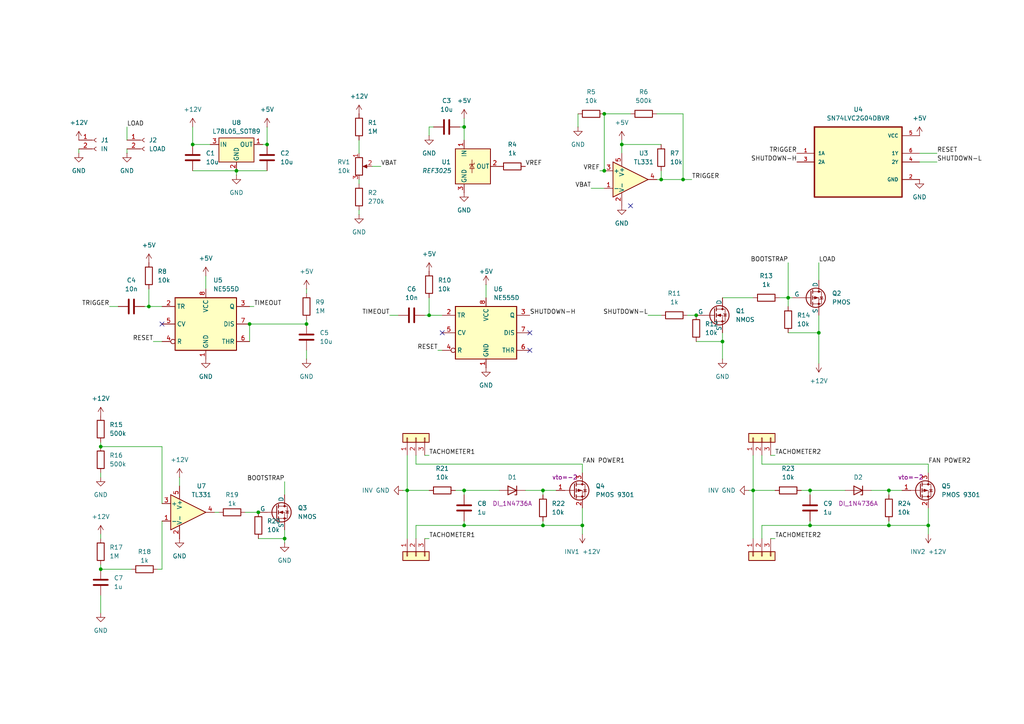
<source format=kicad_sch>
(kicad_sch (version 20241209) (generator "eeschema") (generator_version "9.0")
  (paper "A4")
  (lib_symbols
    (symbol "Comparator:TL331" (pin_names (offset 0.127))
      (property "Reference" "U" (at 1.27 5.08 0))
      (property "Value" "TL331" (at 3.81 -5.08 0))
      (symbol "TL331_0_1"
        (polyline (pts (xy -5.08 5.08) (xy 5.08 0) (xy -5.08 -5.08) (xy -5.08 5.08)) (stroke (width 0.254)) (fill (type background)))
      )
      (symbol "TL331_1_1"
        (pin input line (at -7.62 2.54 0) (length 2.54) (name "+") (number "3"))
        (pin input line (at -7.62 -2.54 0) (length 2.54) (name "-") (number "1"))
        (pin power_in line (at -2.54 7.62 270) (length 3.81) (name "V+") (number "5"))
        (pin power_in line (at -2.54 -7.62 90) (length 3.81) (name "V-") (number "2"))
        (pin open_collector line (at 7.62 0 180) (length 2.54) (name "~") (number "4"))
      )
    )
    (symbol "Connector:Conn_01x02_Socket" (pin_names (offset 1.016) (hide yes))
      (property "Reference" "J" (at 0 2.54 0))
      (property "Value" "Conn_01x02_Socket" (at 0 -5.08 0))
      (symbol "Conn_01x02_Socket_1_1"
        (polyline (pts (xy -1.27 0) (xy -0.508 0)) (stroke (width 0.1524)))
        (polyline (pts (xy -1.27 -2.54) (xy -0.508 -2.54)) (stroke (width 0.1524)))
        (arc (start 0 -0.508) (mid -0.5058 0) (end 0 0.508) (stroke (width 0.1524)))
        (arc (start 0 -3.048) (mid -0.5058 -2.54) (end 0 -2.032) (stroke (width 0.1524)))
        (pin passive line (at -5.08 0 0) (length 3.81) (name "Pin_1") (number "1"))
        (pin passive line (at -5.08 -2.54 0) (length 3.81) (name "Pin_2") (number "2"))
      )
    )
    (symbol "Connector_Generic:Conn_01x03" (pin_names (offset 1.016) (hide yes))
      (property "Reference" "J" (at 0 5.08 0))
      (property "Value" "Conn_01x03" (at 0 -5.08 0))
      (symbol "Conn_01x03_1_1"
        (rectangle (start -1.27 3.81) (end 1.27 -3.81) (stroke (width 0.254)) (fill (type background)))
        (rectangle (start -1.27 2.667) (end 0 2.413) (stroke (width 0.1524)))
        (rectangle (start -1.27 0.127) (end 0 -0.127) (stroke (width 0.1524)))
        (rectangle (start -1.27 -2.413) (end 0 -2.667) (stroke (width 0.1524)))
        (pin passive line (at -5.08 2.54 0) (length 3.81) (name "Pin_1") (number "1"))
        (pin passive line (at -5.08 0 0) (length 3.81) (name "Pin_2") (number "2"))
        (pin passive line (at -5.08 -2.54 0) (length 3.81) (name "Pin_3") (number "3"))
      )
    )
    (symbol "Device:C" (pin_numbers (hide yes)) (pin_names (offset 0.254))
      (property "Reference" "C" (at 0.635 2.54 0))
      (property "Value" "C" (at 0.635 -2.54 0))
      (symbol "C_0_1"
        (polyline (pts (xy -2.032 0.762) (xy 2.032 0.762)) (stroke (width 0.508)))
        (polyline (pts (xy -2.032 -0.762) (xy 2.032 -0.762)) (stroke (width 0.508)))
      )
      (symbol "C_1_1"
        (pin passive line (at 0 3.81 270) (length 2.794) (name "~") (number "1"))
        (pin passive line (at 0 -3.81 90) (length 2.794) (name "~") (number "2"))
      )
    )
    (symbol "Device:D_Zener" (pin_numbers (hide yes)) (pin_names (offset 1.016) (hide yes))
      (property "Reference" "D" (at 0 2.54 0))
      (property "Value" "D_Zener" (at 0 -2.54 0))
      (symbol "D_Zener_0_1"
        (polyline (pts (xy -1.27 -1.27) (xy -1.27 1.27) (xy -0.762 1.27)) (stroke (width 0.254)))
        (polyline (pts (xy 1.27 0) (xy -1.27 0)))
        (polyline (pts (xy 1.27 -1.27) (xy 1.27 1.27) (xy -1.27 0) (xy 1.27 -1.27)) (stroke (width 0.254)))
      )
      (symbol "D_Zener_1_1"
        (pin passive line (at -3.81 0 0) (length 2.54) (name "K") (number "1"))
        (pin passive line (at 3.81 0 180) (length 2.54) (name "A") (number "2"))
      )
    )
    (symbol "Device:R" (pin_numbers (hide yes)) (pin_names (offset 0))
      (property "Reference" "R" (at 2.032 0 90))
      (property "Value" "R" (at 0 0 90))
      (symbol "R_0_1"
        (rectangle (start -1.016 -2.54) (end 1.016 2.54) (stroke (width 0.254)))
      )
      (symbol "R_1_1"
        (pin passive line (at 0 3.81 270) (length 1.27) (name "~") (number "1"))
        (pin passive line (at 0 -3.81 90) (length 1.27) (name "~") (number "2"))
      )
    )
    (symbol "Device:R_Potentiometer" (pin_names (offset 1.016) (hide yes))
      (property "Reference" "RV" (at -4.445 0 90))
      (property "Value" "R_Potentiometer" (at -2.54 0 90))
      (symbol "R_Potentiometer_0_1"
        (rectangle (start 1.016 2.54) (end -1.016 -2.54) (stroke (width 0.254)))
        (polyline (pts (xy 1.143 0) (xy 2.286 0.508) (xy 2.286 -0.508) (xy 1.143 0)) (fill (type outline)))
        (polyline (pts (xy 2.54 0) (xy 1.524 0)))
      )
      (symbol "R_Potentiometer_1_1"
        (pin passive line (at 0 3.81 270) (length 1.27) (name "1") (number "1"))
        (pin passive line (at 0 -3.81 90) (length 1.27) (name "3") (number "3"))
        (pin passive line (at 3.81 0 180) (length 1.27) (name "2") (number "2"))
      )
    )
    (symbol "Reference_Voltage:REF3025" (pin_names (offset 0.254))
      (property "Reference" "U" (at 0 6.35 0))
      (property "Value" "REF3025" (at 2.54 -6.35 0))
      (symbol "REF3025_0_1"
        (rectangle (start -5.08 5.08) (end 5.08 -5.08) (stroke (width 0.254)) (fill (type background)))
        (polyline (pts (xy -0.889 -0.635) (xy 0.381 -0.635) (xy -0.254 0.635) (xy -0.889 -0.635)))
        (polyline (pts (xy -0.254 1.905) (xy -0.254 -1.905)))
        (polyline (pts (xy 0.381 1.016) (xy 0.381 0.635) (xy -0.889 0.635) (xy -0.889 0.254)))
      )
      (symbol "REF3025_1_1"
        (pin power_in line (at -2.54 7.62 270) (length 2.54) (name "IN") (number "1"))
        (pin power_in line (at -2.54 -7.62 90) (length 2.54) (name "GND") (number "3"))
        (pin power_out line (at 7.62 0 180) (length 2.54) (name "OUT") (number "2"))
      )
    )
    (symbol "Regulator_Linear:L78L05_SOT89" (pin_names (offset 0.254))
      (property "Reference" "U" (at -3.81 3.175 0))
      (property "Value" "L78L05_SOT89" (at -0.635 3.175 0))
      (symbol "L78L05_SOT89_0_1"
        (rectangle (start -5.08 1.905) (end 5.08 -5.08) (stroke (width 0.254)) (fill (type background)))
      )
      (symbol "L78L05_SOT89_1_1"
        (pin power_in line (at -7.62 0 0) (length 2.54) (name "IN") (number "3"))
        (pin power_in line (at 0 -7.62 90) (length 2.54) (name "GND") (number "2"))
        (pin power_out line (at 7.62 0 180) (length 2.54) (name "OUT") (number "1"))
      )
    )
    (symbol "SN74LVC2G04DBVR:SN74LVC2G04DBVR" (pin_names (offset 1.016))
      (property "Reference" "U" (at -12.7 11.16 0))
      (property "Value" "SN74LVC2G04DBVR" (at -12.7 -14.16 0))
      (symbol "SN74LVC2G04DBVR_0_0"
        (rectangle (start -12.7 -10.16) (end 12.7 10.16) (stroke (width 0.41)) (fill (type background)))
        (pin input line (at -17.78 2.54 0) (length 5.08) (name "1A") (number "1"))
        (pin input line (at -17.78 0 0) (length 5.08) (name "2A") (number "3"))
        (pin power_in line (at 17.78 7.62 180) (length 5.08) (name "VCC") (number "5"))
        (pin output line (at 17.78 2.54 180) (length 5.08) (name "1Y") (number "6"))
        (pin output line (at 17.78 0 180) (length 5.08) (name "2Y") (number "4"))
        (pin power_in line (at 17.78 -5.08 180) (length 5.08) (name "GND") (number "2"))
      )
    )
    (symbol "Simulation_SPICE:NMOS" (pin_numbers (hide yes)) (pin_names (offset 0))
      (property "Reference" "Q" (at 5.08 1.27 0))
      (property "Value" "NMOS" (at 5.08 -1.27 0))
      (symbol "NMOS_0_1"
        (polyline (pts (xy 0.254 1.905) (xy 0.254 -1.905)) (stroke (width 0.254)))
        (polyline (pts (xy 0.254 0) (xy -2.54 0)))
        (polyline (pts (xy 0.762 2.286) (xy 0.762 1.27)) (stroke (width 0.254)))
        (polyline (pts (xy 0.762 0.508) (xy 0.762 -0.508)) (stroke (width 0.254)))
        (polyline (pts (xy 0.762 -1.27) (xy 0.762 -2.286)) (stroke (width 0.254)))
        (polyline (pts (xy 0.762 -1.778) (xy 3.302 -1.778) (xy 3.302 1.778) (xy 0.762 1.778)))
        (polyline (pts (xy 1.016 0) (xy 2.032 0.381) (xy 2.032 -0.381) (xy 1.016 0)) (fill (type outline)))
        (circle (center 1.651 0) (radius 2.794) (stroke (width 0.254)))
        (polyline (pts (xy 2.54 2.54) (xy 2.54 1.778)))
        (circle (center 2.54 1.778) (radius 0.254) (fill (type outline)))
        (circle (center 2.54 -1.778) (radius 0.254) (fill (type outline)))
        (polyline (pts (xy 2.54 -2.54) (xy 2.54 0) (xy 0.762 0)))
        (polyline (pts (xy 2.794 0.508) (xy 2.921 0.381) (xy 3.683 0.381) (xy 3.81 0.254)))
        (polyline (pts (xy 3.302 0.381) (xy 2.921 -0.254) (xy 3.683 -0.254) (xy 3.302 0.381)))
      )
      (symbol "NMOS_1_1"
        (pin input line (at -5.08 0 0) (length 2.54) (name "G") (number "2"))
        (pin passive line (at 2.54 5.08 270) (length 2.54) (name "D") (number "1"))
        (pin passive line (at 2.54 -5.08 90) (length 2.54) (name "S") (number "3"))
      )
    )
    (symbol "Simulation_SPICE:PMOS" (pin_numbers (hide yes)) (pin_names (offset 0))
      (property "Reference" "Q" (at 5.08 1.27 0))
      (property "Value" "PMOS" (at 5.08 -1.27 0))
      (symbol "PMOS_0_1"
        (polyline (pts (xy 0.254 1.905) (xy 0.254 -1.905)) (stroke (width 0.254)))
        (polyline (pts (xy 0.254 0) (xy -2.54 0)))
        (polyline (pts (xy 0.762 2.286) (xy 0.762 1.27)) (stroke (width 0.254)))
        (polyline (pts (xy 0.762 1.778) (xy 3.302 1.778) (xy 3.302 -1.778) (xy 0.762 -1.778)))
        (polyline (pts (xy 0.762 0.508) (xy 0.762 -0.508)) (stroke (width 0.254)))
        (polyline (pts (xy 0.762 -1.27) (xy 0.762 -2.286)) (stroke (width 0.254)))
        (circle (center 1.651 0) (radius 2.794) (stroke (width 0.254)))
        (polyline (pts (xy 2.286 0) (xy 1.27 0.381) (xy 1.27 -0.381) (xy 2.286 0)) (fill (type outline)))
        (polyline (pts (xy 2.54 2.54) (xy 2.54 1.778)))
        (circle (center 2.54 1.778) (radius 0.254) (fill (type outline)))
        (circle (center 2.54 -1.778) (radius 0.254) (fill (type outline)))
        (polyline (pts (xy 2.54 -2.54) (xy 2.54 0) (xy 0.762 0)))
        (polyline (pts (xy 2.794 -0.508) (xy 2.921 -0.381) (xy 3.683 -0.381) (xy 3.81 -0.254)))
        (polyline (pts (xy 3.302 -0.381) (xy 2.921 0.254) (xy 3.683 0.254) (xy 3.302 -0.381)))
      )
      (symbol "PMOS_1_1"
        (pin input line (at -5.08 0 0) (length 2.54) (name "G") (number "2"))
        (pin passive line (at 2.54 5.08 270) (length 2.54) (name "D") (number "1"))
        (pin passive line (at 2.54 -5.08 90) (length 2.54) (name "S") (number "3"))
      )
    )
    (symbol "Timer:NE555D"
      (property "Reference" "U" (at -10.16 8.89 0))
      (property "Value" "NE555D" (at 2.54 8.89 0))
      (symbol "NE555D_0_0"
        (pin power_in line (at 0 10.16 270) (length 2.54) (name "VCC") (number "8"))
        (pin power_in line (at 0 -10.16 90) (length 2.54) (name "GND") (number "1"))
      )
      (symbol "NE555D_0_1"
        (rectangle (start -8.89 -7.62) (end 8.89 7.62) (stroke (width 0.254)) (fill (type background)))
        (rectangle (start -8.89 -7.62) (end 8.89 7.62) (stroke (width 0.254)) (fill (type background)))
      )
      (symbol "NE555D_1_1"
        (pin input line (at -12.7 5.08 0) (length 3.81) (name "TR") (number "2"))
        (pin input line (at -12.7 0 0) (length 3.81) (name "CV") (number "5"))
        (pin input inverted (at -12.7 -5.08 0) (length 3.81) (name "R") (number "4"))
        (pin output line (at 12.7 5.08 180) (length 3.81) (name "Q") (number "3"))
        (pin input line (at 12.7 0 180) (length 3.81) (name "DIS") (number "7"))
        (pin input line (at 12.7 -5.08 180) (length 3.81) (name "THR") (number "6"))
      )
    )
    (symbol "Transistor_FET:IRLML9301" (pin_names (hide yes))
      (property "Reference" "Q" (at 5.08 1.905 0))
      (property "Value" "IRLML9301" (at 5.08 0 0))
      (symbol "IRLML9301_0_1"
        (polyline (pts (xy 0.254 1.905) (xy 0.254 -1.905)) (stroke (width 0.254)))
        (polyline (pts (xy 0.254 0) (xy -2.54 0)))
        (polyline (pts (xy 0.762 2.286) (xy 0.762 1.27)) (stroke (width 0.254)))
        (polyline (pts (xy 0.762 1.778) (xy 3.302 1.778) (xy 3.302 -1.778) (xy 0.762 -1.778)))
        (polyline (pts (xy 0.762 0.508) (xy 0.762 -0.508)) (stroke (width 0.254)))
        (polyline (pts (xy 0.762 -1.27) (xy 0.762 -2.286)) (stroke (width 0.254)))
        (circle (center 1.651 0) (radius 2.794) (stroke (width 0.254)))
        (polyline (pts (xy 2.286 0) (xy 1.27 0.381) (xy 1.27 -0.381) (xy 2.286 0)) (fill (type outline)))
        (polyline (pts (xy 2.54 2.54) (xy 2.54 1.778)))
        (circle (center 2.54 1.778) (radius 0.254) (fill (type outline)))
        (circle (center 2.54 -1.778) (radius 0.254) (fill (type outline)))
        (polyline (pts (xy 2.54 -2.54) (xy 2.54 0) (xy 0.762 0)))
        (polyline (pts (xy 2.794 -0.508) (xy 2.921 -0.381) (xy 3.683 -0.381) (xy 3.81 -0.254)))
        (polyline (pts (xy 3.302 -0.381) (xy 2.921 0.254) (xy 3.683 0.254) (xy 3.302 -0.381)))
      )
      (symbol "IRLML9301_1_1"
        (pin input line (at -5.08 0 0) (length 2.54) (name "G") (number "1"))
        (pin passive line (at 2.54 5.08 270) (length 2.54) (name "D") (number "3"))
        (pin passive line (at 2.54 -5.08 90) (length 2.54) (name "S") (number "2"))
      )
    )
    (symbol "power:+12V" (power) (pin_numbers (hide yes)) (pin_names (offset 0) (hide yes))
      (property "Value" "+12V" (at 0 3.556 0))
      (symbol "+12V_0_1"
        (polyline (pts (xy -0.762 1.27) (xy 0 2.54)))
        (polyline (pts (xy 0 2.54) (xy 0.762 1.27)))
        (polyline (pts (xy 0 0) (xy 0 2.54)))
      )
      (symbol "+12V_1_1"
        (pin power_in line (at 0 0 90) (length 0) (name "~") (number "1"))
      )
    )
    (symbol "power:+5V" (power) (pin_numbers (hide yes)) (pin_names (offset 0) (hide yes))
      (property "Value" "+5V" (at 0 3.556 0))
      (symbol "+5V_0_1"
        (polyline (pts (xy -0.762 1.27) (xy 0 2.54)))
        (polyline (pts (xy 0 2.54) (xy 0.762 1.27)))
        (polyline (pts (xy 0 0) (xy 0 2.54)))
      )
      (symbol "+5V_1_1"
        (pin power_in line (at 0 0 90) (length 0) (name "~") (number "1"))
      )
    )
    (symbol "power:GND" (power) (pin_numbers (hide yes)) (pin_names (offset 0) (hide yes))
      (property "Value" "GND" (at 0 -3.81 0))
      (symbol "GND_0_1"
        (polyline (pts (xy 0 0) (xy 0 -1.27) (xy 1.27 -1.27) (xy 0 -2.54) (xy -1.27 -1.27) (xy 0 -1.27)))
      )
      (symbol "GND_1_1"
        (pin power_in line (at 0 0 270) (length 0) (name "~") (number "1"))
      )
    )
  )
  (junction (at 134.62 36.83))
  (junction (at 168.91 152.4))
  (junction (at 201.93 91.44))
  (junction (at 124.46 91.44))
  (junction (at 269.24 152.4))
  (junction (at 77.47 41.91))
  (junction (at 257.81 142.24))
  (junction (at 175.26 49.53))
  (junction (at 228.6 86.36))
  (junction (at 29.21 129.54))
  (junction (at 180.34 41.91))
  (junction (at 198.12 52.07))
  (junction (at 209.55 99.06))
  (junction (at 68.58 49.53))
  (junction (at 234.95 152.4))
  (junction (at 82.55 156.21))
  (junction (at 234.95 142.24))
  (junction (at 218.44 142.24))
  (junction (at 29.21 165.1))
  (junction (at 43.18 88.9))
  (junction (at 72.39 93.98))
  (junction (at 237.49 96.52))
  (junction (at 118.11 142.24))
  (junction (at 157.48 142.24))
  (junction (at 134.62 142.24))
  (junction (at 175.26 33.02))
  (junction (at 257.81 152.4))
  (junction (at 88.9 93.98))
  (junction (at 74.93 148.59))
  (junction (at 157.48 152.4))
  (junction (at 55.88 41.91))
  (junction (at 191.77 52.07))
  (junction (at 134.62 152.4))
  (no_connect (at 128.27 96.52))
  (no_connect (at 153.67 101.6))
  (no_connect (at 153.67 96.52))
  (no_connect (at 46.99 93.98))
  (no_connect (at 182.88 59.69))
  (wire (pts (xy 271.78 46.99) (xy 266.7 46.99)))
  (wire (pts (xy 124.46 156.21) (xy 123.19 156.21)))
  (wire (pts (xy 72.39 93.98) (xy 72.39 99.06)))
  (wire (pts (xy 191.77 49.53) (xy 191.77 52.07)))
  (wire (pts (xy 82.55 139.7) (xy 82.55 143.51)))
  (wire (pts (xy 157.48 151.13) (xy 157.48 152.4)))
  (wire (pts (xy 110.49 48.26) (xy 107.95 48.26)))
  (wire (pts (xy 234.95 151.13) (xy 234.95 152.4)))
  (wire (pts (xy 228.6 96.52) (xy 237.49 96.52)))
  (wire (pts (xy 237.49 105.41) (xy 237.49 96.52)))
  (wire (pts (xy 252.73 142.24) (xy 257.81 142.24)))
  (wire (pts (xy 29.21 129.54) (xy 29.21 128.27)))
  (wire (pts (xy 45.72 165.1) (xy 46.99 165.1)))
  (wire (pts (xy 46.99 129.54) (xy 29.21 129.54)))
  (wire (pts (xy 175.26 33.02) (xy 175.26 49.53)))
  (wire (pts (xy 116.84 142.24) (xy 118.11 142.24)))
  (wire (pts (xy 52.07 138.43) (xy 52.07 140.97)))
  (wire (pts (xy 118.11 142.24) (xy 118.11 156.21)))
  (wire (pts (xy 44.45 99.06) (xy 46.99 99.06)))
  (wire (pts (xy 118.11 132.08) (xy 118.11 142.24)))
  (wire (pts (xy 218.44 142.24) (xy 218.44 156.21)))
  (wire (pts (xy 245.11 142.24) (xy 234.95 142.24)))
  (wire (pts (xy 220.98 132.08) (xy 220.98 134.62)))
  (wire (pts (xy 36.83 36.83) (xy 36.83 40.64)))
  (wire (pts (xy 82.55 156.21) (xy 82.55 153.67)))
  (wire (pts (xy 118.11 142.24) (xy 124.46 142.24)))
  (wire (pts (xy 168.91 134.62) (xy 168.91 137.16)))
  (wire (pts (xy 269.24 147.32) (xy 269.24 152.4)))
  (wire (pts (xy 134.62 151.13) (xy 134.62 152.4)))
  (wire (pts (xy 36.83 44.45) (xy 36.83 43.18)))
  (wire (pts (xy 224.79 132.08) (xy 223.52 132.08)))
  (wire (pts (xy 168.91 147.32) (xy 168.91 152.4)))
  (wire (pts (xy 209.55 99.06) (xy 209.55 96.52)))
  (wire (pts (xy 46.99 146.05) (xy 46.99 129.54)))
  (wire (pts (xy 168.91 154.94) (xy 168.91 152.4)))
  (wire (pts (xy 104.14 53.34) (xy 104.14 52.07)))
  (wire (pts (xy 218.44 132.08) (xy 218.44 142.24)))
  (wire (pts (xy 187.96 91.44) (xy 191.77 91.44)))
  (wire (pts (xy 175.26 33.02) (xy 182.88 33.02)))
  (wire (pts (xy 180.34 41.91) (xy 191.77 41.91)))
  (wire (pts (xy 71.12 148.59) (xy 74.93 148.59)))
  (wire (pts (xy 218.44 142.24) (xy 224.79 142.24)))
  (wire (pts (xy 228.6 76.2) (xy 228.6 86.36)))
  (wire (pts (xy 157.48 152.4) (xy 168.91 152.4)))
  (wire (pts (xy 29.21 138.43) (xy 29.21 137.16)))
  (wire (pts (xy 72.39 93.98) (xy 88.9 93.98)))
  (wire (pts (xy 120.65 152.4) (xy 134.62 152.4)))
  (wire (pts (xy 198.12 52.07) (xy 191.77 52.07)))
  (wire (pts (xy 167.64 36.83) (xy 167.64 33.02)))
  (wire (pts (xy 59.69 80.01) (xy 59.69 83.82)))
  (wire (pts (xy 217.17 142.24) (xy 218.44 142.24)))
  (wire (pts (xy 228.6 86.36) (xy 229.87 86.36)))
  (wire (pts (xy 55.88 36.83) (xy 55.88 41.91)))
  (wire (pts (xy 77.47 36.83) (xy 77.47 41.91)))
  (wire (pts (xy 120.65 156.21) (xy 120.65 152.4)))
  (wire (pts (xy 232.41 142.24) (xy 234.95 142.24)))
  (wire (pts (xy 73.66 88.9) (xy 72.39 88.9)))
  (wire (pts (xy 68.58 49.53) (xy 77.47 49.53)))
  (wire (pts (xy 104.14 44.45) (xy 104.14 40.64)))
  (wire (pts (xy 104.14 62.23) (xy 104.14 60.96)))
  (wire (pts (xy 41.91 88.9) (xy 43.18 88.9)))
  (wire (pts (xy 134.62 34.29) (xy 134.62 36.83)))
  (wire (pts (xy 209.55 104.14) (xy 209.55 99.06)))
  (wire (pts (xy 218.44 86.36) (xy 209.55 86.36)))
  (wire (pts (xy 152.4 142.24) (xy 157.48 142.24)))
  (wire (pts (xy 228.6 88.9) (xy 228.6 86.36)))
  (wire (pts (xy 201.93 91.44) (xy 199.39 91.44)))
  (wire (pts (xy 63.5 148.59) (xy 62.23 148.59)))
  (wire (pts (xy 237.49 76.2) (xy 237.49 81.28)))
  (wire (pts (xy 132.08 142.24) (xy 134.62 142.24)))
  (wire (pts (xy 180.34 41.91) (xy 180.34 44.45)))
  (wire (pts (xy 257.81 152.4) (xy 269.24 152.4)))
  (wire (pts (xy 123.19 91.44) (xy 124.46 91.44)))
  (wire (pts (xy 29.21 165.1) (xy 29.21 163.83)))
  (wire (pts (xy 180.34 40.64) (xy 180.34 41.91)))
  (wire (pts (xy 38.1 165.1) (xy 29.21 165.1)))
  (wire (pts (xy 144.78 142.24) (xy 134.62 142.24)))
  (wire (pts (xy 200.66 52.07) (xy 198.12 52.07)))
  (wire (pts (xy 120.65 132.08) (xy 120.65 134.62)))
  (wire (pts (xy 257.81 142.24) (xy 261.62 142.24)))
  (wire (pts (xy 55.88 41.91) (xy 60.96 41.91)))
  (wire (pts (xy 29.21 154.94) (xy 29.21 156.21)))
  (wire (pts (xy 237.49 91.44) (xy 237.49 96.52)))
  (wire (pts (xy 257.81 151.13) (xy 257.81 152.4)))
  (wire (pts (xy 226.06 86.36) (xy 228.6 86.36)))
  (wire (pts (xy 124.46 132.08) (xy 123.19 132.08)))
  (wire (pts (xy 22.86 44.45) (xy 22.86 43.18)))
  (wire (pts (xy 124.46 91.44) (xy 128.27 91.44)))
  (wire (pts (xy 124.46 86.36) (xy 124.46 91.44)))
  (wire (pts (xy 157.48 143.51) (xy 157.48 142.24)))
  (wire (pts (xy 29.21 177.8) (xy 29.21 172.72)))
  (wire (pts (xy 201.93 99.06) (xy 209.55 99.06)))
  (wire (pts (xy 55.88 49.53) (xy 68.58 49.53)))
  (wire (pts (xy 220.98 156.21) (xy 220.98 152.4)))
  (wire (pts (xy 124.46 36.83) (xy 124.46 39.37)))
  (wire (pts (xy 269.24 134.62) (xy 269.24 137.16)))
  (wire (pts (xy 191.77 52.07) (xy 190.5 52.07)))
  (wire (pts (xy 31.75 88.9) (xy 34.29 88.9)))
  (wire (pts (xy 120.65 134.62) (xy 168.91 134.62)))
  (wire (pts (xy 43.18 88.9) (xy 46.99 88.9)))
  (wire (pts (xy 46.99 165.1) (xy 46.99 151.13)))
  (wire (pts (xy 173.99 49.53) (xy 175.26 49.53)))
  (wire (pts (xy 140.97 82.55) (xy 140.97 86.36)))
  (wire (pts (xy 134.62 36.83) (xy 134.62 40.64)))
  (wire (pts (xy 133.35 36.83) (xy 134.62 36.83)))
  (wire (pts (xy 224.79 156.21) (xy 223.52 156.21)))
  (wire (pts (xy 88.9 104.14) (xy 88.9 101.6)))
  (wire (pts (xy 269.24 154.94) (xy 269.24 152.4)))
  (wire (pts (xy 127 101.6) (xy 128.27 101.6)))
  (wire (pts (xy 82.55 157.48) (xy 82.55 156.21)))
  (wire (pts (xy 88.9 83.82) (xy 88.9 85.09)))
  (wire (pts (xy 134.62 143.51) (xy 134.62 142.24)))
  (wire (pts (xy 88.9 92.71) (xy 88.9 93.98)))
  (wire (pts (xy 220.98 152.4) (xy 234.95 152.4)))
  (wire (pts (xy 257.81 143.51) (xy 257.81 142.24)))
  (wire (pts (xy 220.98 134.62) (xy 269.24 134.62)))
  (wire (pts (xy 198.12 33.02) (xy 198.12 52.07)))
  (wire (pts (xy 68.58 50.8) (xy 68.58 49.53)))
  (wire (pts (xy 271.78 44.45) (xy 266.7 44.45)))
  (wire (pts (xy 157.48 142.24) (xy 161.29 142.24)))
  (wire (pts (xy 234.95 143.51) (xy 234.95 142.24)))
  (wire (pts (xy 125.73 36.83) (xy 124.46 36.83)))
  (wire (pts (xy 43.18 83.82) (xy 43.18 88.9)))
  (wire (pts (xy 190.5 33.02) (xy 198.12 33.02)))
  (wire (pts (xy 234.95 152.4) (xy 257.81 152.4)))
  (wire (pts (xy 134.62 152.4) (xy 157.48 152.4)))
  (wire (pts (xy 113.03 91.44) (xy 115.57 91.44)))
  (wire (pts (xy 171.45 54.61) (xy 175.26 54.61)))
  (wire (pts (xy 74.93 156.21) (xy 82.55 156.21)))
  (wire (pts (xy 77.47 41.91) (xy 76.2 41.91)))
  (label "TRIGGER" (at 31.75 88.9 180))
  (label "TIMEOUT" (at 73.66 88.9 0))
  (label "TACHOMETER1" (at 124.46 156.21 0))
  (label "VREF" (at 152.4 48.26 0))
  (label "RESET" (at 127 101.6 180))
  (label "TIMEOUT" (at 113.03 91.44 180))
  (label "BOOTSTRAP" (at 228.6 76.2 180))
  (label "BOOTSTRAP" (at 82.55 139.7 180))
  (label "VBAT" (at 110.49 48.26 0))
  (label "TACHOMETER2" (at 224.79 156.21 0))
  (label "LOAD" (at 36.83 36.83 0))
  (label "TRIGGER" (at 200.66 52.07 0))
  (label "FAN POWER2" (at 269.24 134.62 0))
  (label "LOAD" (at 237.49 76.2 0))
  (label "SHUTDOWN-H" (at 153.67 91.44 0))
  (label "SHUTDOWN-L" (at 187.96 91.44 180))
  (label "RESET" (at 44.45 99.06 180))
  (label "SHUTDOWN-H" (at 231.14 46.99 180))
  (label "FAN POWER1" (at 168.91 134.62 0))
  (label "SHUTDOWN-L" (at 271.78 46.99 0))
  (label "VBAT" (at 171.45 54.61 180))
  (label "VREF" (at 173.99 49.53 180))
  (label "TACHOMETER2" (at 224.79 132.08 0))
  (label "TRIGGER" (at 231.14 44.45 180))
  (label "TACHOMETER1" (at 124.46 132.08 0))
  (label "RESET" (at 271.78 44.45 0))
  (symbol (lib_id "Simulation_SPICE:NMOS") (at 207.01 91.44 0) (unit 1)
    (property "Reference" "Q1" (at 213.36 90.1699 0) (effects (justify left)))
    (property "Value" "NMOS" (at 213.36 92.7099 0) (effects (justify left)))
    (property "Footprint" "Package_TO_SOT_SMD:SOT-23" (effects (hide yes)))
    (property "Datasheet" "https://ngspice.sourceforge.io/docs/ngspice-html-manual/manual.xhtml#cha_MOSFETs" (effects (hide yes)))
    (property "Description" "N-MOSFET transistor, drain/source/gate" (effects (hide yes)))
    (property "Sim.Device" "NMOS" (effects (hide yes)))
    (property "Sim.Type" "VDMOS" (effects (hide yes)))
    (property "Sim.Pins" "1=D 2=G 3=S" (effects (hide yes)))
  )
  (symbol (lib_id "Device:R") (at 171.45 33.02 90) (unit 1)
    (property "Reference" "R5" (at 171.45 26.67 90))
    (property "Value" "10k" (at 171.45 29.21 90))
    (property "Footprint" "Resistor_SMD:R_0805_2012Metric_Pad1.20x1.40mm_HandSolder" (effects (hide yes)))
    (property "Description" "Resistor" (effects (hide yes)))
  )
  (symbol (lib_id "power:GND") (at 82.55 157.48 0) (unit 1)
    (property "Reference" "#PWR033" (effects (hide yes)))
    (property "Value" "GND" (at 82.55 162.56 0))
    (property "Description" "Power symbol creates a global label with name \"GND\" , ground" (effects (hide yes)))
  )
  (symbol (lib_id "Device:R") (at 195.58 91.44 270) (unit 1)
    (property "Reference" "R11" (at 195.58 85.09 90))
    (property "Value" "1k" (at 195.58 87.63 90))
    (property "Footprint" "Resistor_SMD:R_0805_2012Metric_Pad1.20x1.40mm_HandSolder" (effects (hide yes)))
    (property "Description" "Resistor" (effects (hide yes)))
  )
  (symbol (lib_id "Device:R") (at 67.31 148.59 90) (unit 1)
    (property "Reference" "R19" (at 67.31 143.51 90))
    (property "Value" "1k" (at 67.31 146.05 90))
    (property "Footprint" "Resistor_SMD:R_0805_2012Metric_Pad1.20x1.40mm_HandSolder" (effects (hide yes)))
    (property "Description" "Resistor" (effects (hide yes)))
  )
  (symbol (lib_id "power:+5V") (at 134.62 34.29 0) (unit 1)
    (property "Reference" "#PWR09" (effects (hide yes)))
    (property "Value" "+5V" (at 134.62 29.21 0))
    (property "Description" "Power symbol creates a global label with name \"+5V\"" (effects (hide yes)))
  )
  (symbol (lib_id "Device:R") (at 257.81 147.32 0) (unit 1)
    (property "Reference" "R24" (at 260.35 146.0499 0) (effects (justify left)))
    (property "Value" "10k" (at 260.35 148.5899 0) (effects (justify left)))
    (property "Footprint" "Resistor_SMD:R_1206_3216Metric" (effects (hide yes)))
    (property "Description" "Resistor" (effects (hide yes)))
    (property "Sim.Device" "R" (effects (hide yes)))
    (property "Sim.Pins" "1=+ 2=-" (effects (hide yes)))
  )
  (symbol (lib_id "power:GND") (at 36.83 44.45 0) (unit 1)
    (property "Reference" "#PWR03" (effects (hide yes)))
    (property "Value" "GND" (at 36.83 49.53 0))
    (property "Description" "Power symbol creates a global label with name \"GND\" , ground" (effects (hide yes)))
  )
  (symbol (lib_id "Device:R") (at 41.91 165.1 90) (unit 1)
    (property "Reference" "R18" (at 41.91 160.02 90))
    (property "Value" "1k" (at 41.91 162.56 90))
    (property "Footprint" "Resistor_SMD:R_0805_2012Metric_Pad1.20x1.40mm_HandSolder" (effects (hide yes)))
    (property "Description" "Resistor" (effects (hide yes)))
  )
  (symbol (lib_id "Device:R") (at 191.77 45.72 180) (unit 1)
    (property "Reference" "R7" (at 194.31 44.4499 0) (effects (justify right)))
    (property "Value" "10k" (at 194.31 46.9899 0) (effects (justify right)))
    (property "Footprint" "Resistor_SMD:R_0805_2012Metric_Pad1.20x1.40mm_HandSolder" (effects (hide yes)))
    (property "Description" "Resistor" (effects (hide yes)))
  )
  (symbol (lib_id "power:GND") (at 180.34 59.69 0) (unit 1)
    (property "Reference" "#PWR014" (effects (hide yes)))
    (property "Value" "GND" (at 180.34 64.77 0))
    (property "Description" "Power symbol creates a global label with name \"GND\" , ground" (effects (hide yes)))
  )
  (symbol (lib_id "Device:R") (at 201.93 95.25 0) (unit 1)
    (property "Reference" "R12" (at 204.47 93.9799 0) (effects (justify left)))
    (property "Value" "10k" (at 204.47 96.5199 0) (effects (justify left)))
    (property "Footprint" "Resistor_SMD:R_0805_2012Metric_Pad1.20x1.40mm_HandSolder" (effects (hide yes)))
    (property "Description" "Resistor" (effects (hide yes)))
  )
  (symbol (lib_id "power:+12V") (at 237.49 105.41 180) (unit 1)
    (property "Reference" "#PWR026" (effects (hide yes)))
    (property "Value" "+12V" (at 237.49 110.49 0))
    (property "Description" "Power symbol creates a global label with name \"+12V\"" (effects (hide yes)))
  )
  (symbol (lib_id "power:GND") (at 68.58 50.8 0) (unit 1)
    (property "Reference" "#PWR05" (effects (hide yes)))
    (property "Value" "GND" (at 68.58 55.88 0))
    (property "Description" "Power symbol creates a global label with name \"GND\" , ground" (effects (hide yes)))
  )
  (symbol (lib_id "Device:R") (at 148.59 48.26 90) (unit 1)
    (property "Reference" "R4" (at 148.59 41.91 90))
    (property "Value" "1k" (at 148.59 44.45 90))
    (property "Footprint" "Resistor_SMD:R_0805_2012Metric_Pad1.20x1.40mm_HandSolder" (effects (hide yes)))
    (property "Description" "Resistor" (effects (hide yes)))
  )
  (symbol (lib_id "power:GND") (at 167.64 36.83 0) (unit 1)
    (property "Reference" "#PWR012" (effects (hide yes)))
    (property "Value" "GND" (at 167.64 41.91 0))
    (property "Description" "Power symbol creates a global label with name \"GND\" , ground" (effects (hide yes)))
  )
  (symbol (lib_id "power:+12V") (at 104.14 33.02 0) (unit 1)
    (property "Reference" "#PWR07" (effects (hide yes)))
    (property "Value" "+12V" (at 104.14 27.94 0))
    (property "Description" "Power symbol creates a global label with name \"+12V\"" (effects (hide yes)))
  )
  (symbol (lib_id "Device:C") (at 134.62 147.32 0) (unit 1)
    (property "Reference" "C8" (at 138.43 146.0499 0) (effects (justify left)))
    (property "Value" "1u" (at 138.43 148.5899 0) (effects (justify left)))
    (property "Footprint" "Capacitor_SMD:C_1210_3225Metric" (effects (hide yes)))
    (property "Description" "Unpolarized capacitor" (effects (hide yes)))
    (property "Sim.Device" "C" (effects (hide yes)))
    (property "Sim.Pins" "1=+ 2=-" (effects (hide yes)))
  )
  (symbol (lib_id "Device:R") (at 124.46 82.55 0) (unit 1)
    (property "Reference" "R10" (at 127 81.2799 0) (effects (justify left)))
    (property "Value" "10k" (at 127 83.8199 0) (effects (justify left)))
    (property "Footprint" "Resistor_SMD:R_0805_2012Metric_Pad1.20x1.40mm_HandSolder" (effects (hide yes)))
    (property "Description" "Resistor" (effects (hide yes)))
  )
  (symbol (lib_id "power:GND") (at 124.46 39.37 0) (unit 1)
    (property "Reference" "#PWR010" (effects (hide yes)))
    (property "Value" "GND" (at 124.46 44.45 0))
    (property "Description" "Power symbol creates a global label with name \"GND\" , ground" (effects (hide yes)))
  )
  (symbol (lib_id "Device:C") (at 234.95 147.32 0) (unit 1)
    (property "Reference" "C9" (at 238.76 146.0499 0) (effects (justify left)))
    (property "Value" "1u" (at 238.76 148.5899 0) (effects (justify left)))
    (property "Footprint" "Capacitor_SMD:C_1210_3225Metric" (effects (hide yes)))
    (property "Description" "Unpolarized capacitor" (effects (hide yes)))
    (property "Sim.Device" "C" (effects (hide yes)))
    (property "Sim.Pins" "1=+ 2=-" (effects (hide yes)))
  )
  (symbol (lib_id "power:GND") (at 217.17 142.24 270) (unit 1)
    (property "Reference" "#PWR036" (effects (hide yes)))
    (property "Value" "INV GND" (at 213.36 142.2399 90) (effects (justify right)))
    (property "Description" "Power symbol creates a global label with name \"GND\" , ground" (effects (hide yes)))
  )
  (symbol (lib_id "Transistor_FET:IRLML9301") (at 266.7 142.24 0) (unit 1)
    (property "Reference" "Q5" (at 273.05 140.9699 0) (effects (justify left)))
    (property "Value" "PMOS 9301" (at 273.05 143.5099 0) (effects (justify left)))
    (property "Footprint" "Package_TO_SOT_SMD:SOT-23" (effects (hide yes)))
    (property "Datasheet" "https://www.infineon.com/dgdl/irlml9301pbf.pdf?fileId=5546d462533600a401535668e5e42640" (effects (hide yes)))
    (property "Description" "-3.6A Id, -30V Vds, 64mOhm Rds, P-Channel HEXFET Power MOSFET, SOT-23" (effects (hide yes)))
    (property "Sim.Device" "PMOS" (effects (hide yes)))
    (property "Sim.Type" "VDMOS" (effects (hide yes)))
    (property "Sim.Pins" "1=G 2=S 3=D" (effects (hide yes)))
    (property "Sim.Params" "vto=-2" (at 264.16 138.43 0))
  )
  (symbol (lib_id "Connector_Generic:Conn_01x03") (at 220.98 127 90) (unit 1)
    (property "Reference" "IN3" (effects (hide yes)))
    (property "Value" "FAN2" (effects (hide yes)))
    (property "Footprint" "Connector_JST:JST_PH_S3B-PH-K_1x03_P2.00mm_Horizontal" (effects (hide yes)))
    (property "Description" "Generic connector, single row, 01x03, script generated (kicad-library-utils/schlib/autogen/connector/)" (effects (hide yes)))
    (property "Sim.Device" "R" (effects (hide yes)))
    (property "Sim.Pins" "1=- 2=+" (effects (hide yes)))
    (property "Sim.Params" "r=1k" (effects (hide yes)))
  )
  (symbol (lib_id "Device:R") (at 88.9 88.9 0) (unit 1)
    (property "Reference" "R9" (at 91.44 87.6299 0) (effects (justify left)))
    (property "Value" "1M" (at 91.44 90.1699 0) (effects (justify left)))
    (property "Footprint" "Resistor_SMD:R_0805_2012Metric_Pad1.20x1.40mm_HandSolder" (effects (hide yes)))
    (property "Description" "Resistor" (effects (hide yes)))
  )
  (symbol (lib_id "power:+5V") (at 124.46 78.74 0) (unit 1)
    (property "Reference" "#PWR022" (effects (hide yes)))
    (property "Value" "+5V" (at 124.46 73.66 0))
    (property "Description" "Power symbol creates a global label with name \"+5V\"" (effects (hide yes)))
  )
  (symbol (lib_id "power:GND") (at 52.07 156.21 0) (unit 1)
    (property "Reference" "#PWR032" (effects (hide yes)))
    (property "Value" "GND" (at 52.07 161.29 0))
    (property "Description" "Power symbol creates a global label with name \"GND\" , ground" (effects (hide yes)))
  )
  (symbol (lib_id "Device:R") (at 186.69 33.02 90) (unit 1)
    (property "Reference" "R6" (at 186.69 26.67 90))
    (property "Value" "500k" (at 186.69 29.21 90))
    (property "Footprint" "Resistor_SMD:R_0805_2012Metric_Pad1.20x1.40mm_HandSolder" (effects (hide yes)))
    (property "Description" "Resistor" (effects (hide yes)))
  )
  (symbol (lib_id "power:GND") (at 22.86 44.45 0) (unit 1)
    (property "Reference" "#PWR02" (effects (hide yes)))
    (property "Value" "GND" (at 22.86 49.53 0))
    (property "Description" "Power symbol creates a global label with name \"GND\" , ground" (effects (hide yes)))
  )
  (symbol (lib_id "power:GND") (at 59.69 104.14 0) (unit 1)
    (property "Reference" "#PWR019" (effects (hide yes)))
    (property "Value" "GND" (at 59.69 109.22 0))
    (property "Description" "Power symbol creates a global label with name \"GND\" , ground" (effects (hide yes)))
  )
  (symbol (lib_id "Regulator_Linear:L78L05_SOT89") (at 68.58 41.91 0) (unit 1)
    (property "Reference" "U8" (at 68.58 35.56 0))
    (property "Value" "L78L05_SOT89" (at 68.58 38.1 0))
    (property "Footprint" "Package_TO_SOT_SMD:SOT-89-3" (effects (hide yes)))
    (property "Datasheet" "http://www.st.com/content/ccc/resource/technical/document/datasheet/15/55/e5/aa/23/5b/43/fd/CD00000446.pdf/files/CD00000446.pdf/jcr:content/translations/en.CD00000446.pdf" (effects (hide yes)))
    (property "Description" "Positive 100mA 30V Linear Regulator, Fixed Output 5V, SOT-89" (effects (hide yes)))
  )
  (symbol (lib_id "Transistor_FET:IRLML9301") (at 166.37 142.24 0) (unit 1)
    (property "Reference" "Q4" (at 172.72 140.9699 0) (effects (justify left)))
    (property "Value" "PMOS 9301" (at 172.72 143.5099 0) (effects (justify left)))
    (property "Footprint" "Package_TO_SOT_SMD:SOT-23" (effects (hide yes)))
    (property "Datasheet" "https://www.infineon.com/dgdl/irlml9301pbf.pdf?fileId=5546d462533600a401535668e5e42640" (effects (hide yes)))
    (property "Description" "-3.6A Id, -30V Vds, 64mOhm Rds, P-Channel HEXFET Power MOSFET, SOT-23" (effects (hide yes)))
    (property "Sim.Device" "PMOS" (effects (hide yes)))
    (property "Sim.Type" "VDMOS" (effects (hide yes)))
    (property "Sim.Pins" "1=G 2=S 3=D" (effects (hide yes)))
    (property "Sim.Params" "vto=-2" (at 163.83 138.43 0))
  )
  (symbol (lib_id "power:+5V") (at 59.69 80.01 0) (unit 1)
    (property "Reference" "#PWR018" (effects (hide yes)))
    (property "Value" "+5V" (at 59.69 74.93 0))
    (property "Description" "Power symbol creates a global label with name \"+5V\"" (effects (hide yes)))
  )
  (symbol (lib_id "power:+12V") (at 52.07 138.43 0) (unit 1)
    (property "Reference" "#PWR031" (effects (hide yes)))
    (property "Value" "+12V" (at 52.07 133.35 0))
    (property "Description" "Power symbol creates a global label with name \"+12V\"" (effects (hide yes)))
  )
  (symbol (lib_id "power:+5V") (at 140.97 82.55 0) (unit 1)
    (property "Reference" "#PWR023" (effects (hide yes)))
    (property "Value" "+5V" (at 140.97 78.74 0))
    (property "Description" "Power symbol creates a global label with name \"+5V\"" (effects (hide yes)))
  )
  (symbol (lib_id "power:+5V") (at 180.34 40.64 0) (unit 1)
    (property "Reference" "#PWR013" (effects (hide yes)))
    (property "Value" "+5V" (at 180.34 35.56 0))
    (property "Description" "Power symbol creates a global label with name \"+5V\"" (effects (hide yes)))
  )
  (symbol (lib_id "power:+5V") (at 266.7 39.37 0) (unit 1)
    (property "Reference" "#PWR015" (effects (hide yes)))
    (property "Value" "+5V" (at 266.7 34.29 0))
    (property "Description" "Power symbol creates a global label with name \"+5V\"" (effects (hide yes)))
  )
  (symbol (lib_id "Simulation_SPICE:NMOS") (at 80.01 148.59 0) (unit 1)
    (property "Reference" "Q3" (at 86.36 147.3199 0) (effects (justify left)))
    (property "Value" "NMOS" (at 86.36 149.8599 0) (effects (justify left)))
    (property "Footprint" "Package_TO_SOT_SMD:SOT-23" (effects (hide yes)))
    (property "Datasheet" "https://ngspice.sourceforge.io/docs/ngspice-html-manual/manual.xhtml#cha_MOSFETs" (effects (hide yes)))
    (property "Description" "N-MOSFET transistor, drain/source/gate" (effects (hide yes)))
    (property "Sim.Device" "NMOS" (effects (hide yes)))
    (property "Sim.Type" "VDMOS" (effects (hide yes)))
    (property "Sim.Pins" "1=D 2=G 3=S" (effects (hide yes)))
  )
  (symbol (lib_id "Device:C") (at 129.54 36.83 270) (unit 1)
    (property "Reference" "C3" (at 129.54 29.21 90))
    (property "Value" "10u" (at 129.54 31.75 90))
    (property "Footprint" "Capacitor_SMD:C_0805_2012Metric_Pad1.18x1.45mm_HandSolder" (effects (hide yes)))
    (property "Description" "Unpolarized capacitor" (effects (hide yes)))
  )
  (symbol (lib_id "power:+12V") (at 55.88 36.83 0) (unit 1)
    (property "Reference" "#PWR04" (effects (hide yes)))
    (property "Value" "+12V" (at 55.88 31.75 0))
    (property "Description" "Power symbol creates a global label with name \"+12V\"" (effects (hide yes)))
  )
  (symbol (lib_id "Device:R") (at 128.27 142.24 90) (unit 1)
    (property "Reference" "R21" (at 128.27 135.89 90))
    (property "Value" "10k" (at 128.27 138.43 90))
    (property "Footprint" "Resistor_SMD:R_1206_3216Metric" (effects (hide yes)))
    (property "Description" "Resistor" (effects (hide yes)))
    (property "Sim.Device" "R" (effects (hide yes)))
    (property "Sim.Pins" "1=+ 2=-" (effects (hide yes)))
  )
  (symbol (lib_id "power:+5V") (at 77.47 36.83 0) (unit 1)
    (property "Reference" "#PWR06" (effects (hide yes)))
    (property "Value" "+5V" (at 77.47 31.75 0))
    (property "Description" "Power symbol creates a global label with name \"+5V\"" (effects (hide yes)))
  )
  (symbol (lib_id "Timer:NE555D") (at 59.69 93.98 0) (unit 1)
    (property "Reference" "U5" (at 61.8333 81.28 0) (effects (justify left)))
    (property "Value" "NE555D" (at 61.8333 83.82 0) (effects (justify left)))
    (property "Footprint" "Package_SO:SOIC-8_3.9x4.9mm_P1.27mm" (effects (hide yes)))
    (property "Datasheet" "http://www.ti.com/lit/ds/symlink/ne555.pdf" (effects (hide yes)))
    (property "Description" "Precision Timers, 555 compatible, SOIC-8" (effects (hide yes)))
  )
  (symbol (lib_id "Device:C") (at 88.9 97.79 180) (unit 1)
    (property "Reference" "C5" (at 92.71 96.5199 0) (effects (justify right)))
    (property "Value" "10u" (at 92.71 99.0599 0) (effects (justify right)))
    (property "Footprint" "Capacitor_SMD:C_1210_3225Metric_Pad1.33x2.70mm_HandSolder" (effects (hide yes)))
    (property "Description" "Unpolarized capacitor" (effects (hide yes)))
  )
  (symbol (lib_id "Device:D_Zener") (at 148.59 142.24 180) (unit 1)
    (property "Reference" "D1" (at 148.59 138.43 0))
    (property "Value" "D_Zener" (effects (hide yes)))
    (property "Footprint" "Diode_THT:D_5W_P12.70mm_Horizontal" (effects (hide yes)))
    (property "Description" "Zener diode" (effects (hide yes)))
    (property "Sim.Device" "SUBCKT" (effects (hide yes)))
    (property "Sim.Pins" "1=2 2=1" (effects (hide yes)))
    (property "Sim.Library" "/Users/stasstarcha/Downloads/zener.lib" (effects (hide yes)))
    (property "Sim.Name" "DI_1N4736A" (at 148.59 146.05 0))
  )
  (symbol (lib_id "Device:R") (at 104.14 36.83 0) (unit 1)
    (property "Reference" "R1" (at 106.68 35.5599 0) (effects (justify left)))
    (property "Value" "1M" (at 106.68 38.0999 0) (effects (justify left)))
    (property "Footprint" "Resistor_SMD:R_0805_2012Metric_Pad1.20x1.40mm_HandSolder" (effects (hide yes)))
    (property "Description" "Resistor" (effects (hide yes)))
  )
  (symbol (lib_id "Device:R") (at 228.6 92.71 0) (unit 1)
    (property "Reference" "R14" (at 231.14 91.4399 0) (effects (justify left)))
    (property "Value" "10k" (at 231.14 93.9799 0) (effects (justify left)))
    (property "Footprint" "Resistor_SMD:R_0805_2012Metric_Pad1.20x1.40mm_HandSolder" (effects (hide yes)))
    (property "Description" "Resistor" (effects (hide yes)))
  )
  (symbol (lib_id "SN74LVC2G04DBVR:SN74LVC2G04DBVR") (at 248.92 46.99 0) (unit 1)
    (property "Reference" "U4" (at 248.92 31.75 0))
    (property "Value" "SN74LVC2G04DBVR" (at 248.92 34.29 0))
    (property "Footprint" "SN74LVC2G04DBVR:SOT95P280X145-6N" (effects (hide yes)))
    (property "MF" "Texas Instruments" (effects (hide yes)))
    (property "Description_1" "2-ch, 1.65-V to 5.5-V inverters" (effects (hide yes)))
    (property "Package" "SOT-23-6 Texas Instruments" (effects (hide yes)))
    (property "Price" "None" (effects (hide yes)))
    (property "SnapEDA_Link" "https://www.snapeda.com/parts/SN74LVC2G04DBVR/Texas+Instruments/view-part/?ref=snap" (effects (hide yes)))
    (property "MP" "SN74LVC2G04DBVR" (effects (hide yes)))
    (property "Availability" "In Stock" (effects (hide yes)))
    (property "Check_prices" "https://www.snapeda.com/parts/SN74LVC2G04DBVR/Texas+Instruments/view-part/?ref=eda" (effects (hide yes)))
  )
  (symbol (lib_id "power:+12V") (at 269.24 154.94 180) (unit 1)
    (property "Reference" "#PWR037" (effects (hide yes)))
    (property "Value" "INV2 +12V" (at 269.24 160.02 0))
    (property "Description" "Power symbol creates a global label with name \"+12V\"" (effects (hide yes)))
  )
  (symbol (lib_id "Connector_Generic:Conn_01x03") (at 120.65 161.29 90) (mirror x) (unit 1)
    (property "Reference" "IN2" (effects (hide yes)))
    (property "Value" "INV FAN1" (effects (hide yes)))
    (property "Footprint" "Connector_JST:JST_PH_S3B-PH-K_1x03_P2.00mm_Horizontal" (effects (hide yes)))
    (property "Description" "Generic connector, single row, 01x03, script generated (kicad-library-utils/schlib/autogen/connector/)" (effects (hide yes)))
    (property "Sim.Device" "V" (effects (hide yes)))
    (property "Sim.Type" "PWL" (effects (hide yes)))
    (property "Sim.Pins" "1=- 2=+" (effects (hide yes)))
    (property "Sim.Params" "pwl=\"0     0    0.001 12   0.051 12   0.052 0 1     0    1.001 12   1.101 12   1.102 0 2     0    2.001 12   2.151 12   2.152 0 3     0    3.001 12   3.201 12   3.202 0 4     0    4.001 12   4.251 12   4.252 0 5     0    5.001 12   5.301 12   5.302 0 6     0    6.001 12   6.351 12   6.352 0 7     0    7.001 12   7.401 12   7.402 0 8     0    8.001 12   8.451 12   8.452 0 9     0    9.001 12   9.501 12   9.502 0\"" (effects (hide yes)))
  )
  (symbol (lib_id "Device:R") (at 29.21 133.35 0) (unit 1)
    (property "Reference" "R16" (at 31.75 132.0799 0) (effects (justify left)))
    (property "Value" "500k" (at 31.75 134.6199 0) (effects (justify left)))
    (property "Footprint" "Resistor_SMD:R_0805_2012Metric_Pad1.20x1.40mm_HandSolder" (effects (hide yes)))
    (property "Description" "Resistor" (effects (hide yes)))
  )
  (symbol (lib_id "Device:D_Zener") (at 248.92 142.24 180) (unit 1)
    (property "Reference" "D2" (at 248.92 138.43 0))
    (property "Value" "D_Zener" (effects (hide yes)))
    (property "Footprint" "Diode_THT:D_5W_P12.70mm_Horizontal" (effects (hide yes)))
    (property "Description" "Zener diode" (effects (hide yes)))
    (property "Sim.Device" "SUBCKT" (effects (hide yes)))
    (property "Sim.Pins" "1=2 2=1" (effects (hide yes)))
    (property "Sim.Library" "/Users/stasstarcha/Downloads/zener.lib" (effects (hide yes)))
    (property "Sim.Name" "DI_1N4736A" (at 248.92 146.05 0))
  )
  (symbol (lib_id "Device:C") (at 29.21 168.91 0) (unit 1)
    (property "Reference" "C7" (at 33.02 167.6399 0) (effects (justify left)))
    (property "Value" "1u" (at 33.02 170.1799 0) (effects (justify left)))
    (property "Footprint" "Capacitor_SMD:C_0805_2012Metric_Pad1.18x1.45mm_HandSolder" (effects (hide yes)))
    (property "Description" "Unpolarized capacitor" (effects (hide yes)))
  )
  (symbol (lib_id "Reference_Voltage:REF3025") (at 137.16 48.26 0) (unit 1)
    (property "Reference" "U1" (at 130.81 46.9899 0) (effects (justify right)))
    (property "Value" "REF3025" (at 130.81 49.5299 0) (effects (font (italic yes)) (justify right)))
    (property "Footprint" "Package_TO_SOT_SMD:SOT-23" (effects (hide yes)))
    (property "Datasheet" "http://www.ti.com/lit/ds/symlink/ref3033.pdf" (effects (hide yes)))
    (property "Description" "2.500V 50-ppm/°C Max, 50-μA, CMOS Voltage Reference, SOT-23-3" (effects (hide yes)))
  )
  (symbol (lib_id "power:GND") (at 266.7 52.07 0) (unit 1)
    (property "Reference" "#PWR016" (effects (hide yes)))
    (property "Value" "GND" (at 266.7 57.15 0))
    (property "Description" "Power symbol creates a global label with name \"GND\" , ground" (effects (hide yes)))
  )
  (symbol (lib_id "Device:R") (at 104.14 57.15 0) (unit 1)
    (property "Reference" "R2" (at 106.68 55.8799 0) (effects (justify left)))
    (property "Value" "270k" (at 106.68 58.4199 0) (effects (justify left)))
    (property "Footprint" "Resistor_SMD:R_0805_2012Metric_Pad1.20x1.40mm_HandSolder" (effects (hide yes)))
    (property "Description" "Resistor" (effects (hide yes)))
  )
  (symbol (lib_id "Connector_Generic:Conn_01x03") (at 120.65 127 90) (unit 1)
    (property "Reference" "IN1" (effects (hide yes)))
    (property "Value" "FAN1" (effects (hide yes)))
    (property "Footprint" "Connector_JST:JST_PH_S3B-PH-K_1x03_P2.00mm_Horizontal" (effects (hide yes)))
    (property "Description" "Generic connector, single row, 01x03, script generated (kicad-library-utils/schlib/autogen/connector/)" (effects (hide yes)))
    (property "Sim.Device" "R" (effects (hide yes)))
    (property "Sim.Pins" "1=- 2=+" (effects (hide yes)))
    (property "Sim.Params" "r=1k" (effects (hide yes)))
  )
  (symbol (lib_id "Device:R") (at 29.21 124.46 0) (unit 1)
    (property "Reference" "R15" (at 31.75 123.1899 0) (effects (justify left)))
    (property "Value" "500k" (at 31.75 125.7299 0) (effects (justify left)))
    (property "Footprint" "Resistor_SMD:R_0805_2012Metric_Pad1.20x1.40mm_HandSolder" (effects (hide yes)))
    (property "Description" "Resistor" (effects (hide yes)))
  )
  (symbol (lib_id "Device:R") (at 157.48 147.32 0) (unit 1)
    (property "Reference" "R22" (at 160.02 146.0499 0) (effects (justify left)))
    (property "Value" "10k" (at 160.02 148.5899 0) (effects (justify left)))
    (property "Footprint" "Resistor_SMD:R_1206_3216Metric" (effects (hide yes)))
    (property "Description" "Resistor" (effects (hide yes)))
    (property "Sim.Device" "R" (effects (hide yes)))
    (property "Sim.Pins" "1=+ 2=-" (effects (hide yes)))
  )
  (symbol (lib_id "power:GND") (at 88.9 104.14 0) (unit 1)
    (property "Reference" "#PWR021" (effects (hide yes)))
    (property "Value" "GND" (at 88.9 109.22 0))
    (property "Description" "Power symbol creates a global label with name \"GND\" , ground" (effects (hide yes)))
  )
  (symbol (lib_id "Simulation_SPICE:PMOS") (at 234.95 86.36 0) (unit 1)
    (property "Reference" "Q2" (at 241.3 85.0899 0) (effects (justify left)))
    (property "Value" "PMOS" (at 241.3 87.6299 0) (effects (justify left)))
    (property "Footprint" "Package_TO_SOT_SMD:TO-252-2" (effects (hide yes)))
    (property "Datasheet" "https://ngspice.sourceforge.io/docs/ngspice-html-manual/manual.xhtml#cha_MOSFETs" (effects (hide yes)))
    (property "Description" "P-MOSFET transistor, drain/source/gate" (effects (hide yes)))
    (property "Sim.Device" "PMOS" (effects (hide yes)))
    (property "Sim.Type" "VDMOS" (effects (hide yes)))
    (property "Sim.Pins" "1=D 2=G 3=S" (effects (hide yes)))
  )
  (symbol (lib_id "Device:R") (at 74.93 152.4 0) (unit 1)
    (property "Reference" "R20" (at 77.47 151.1299 0) (effects (justify left)))
    (property "Value" "10k" (at 77.47 153.6699 0) (effects (justify left)))
    (property "Footprint" "Resistor_SMD:R_0805_2012Metric_Pad1.20x1.40mm_HandSolder" (effects (hide yes)))
    (property "Description" "Resistor" (effects (hide yes)))
  )
  (symbol (lib_id "power:GND") (at 140.97 106.68 0) (unit 1)
    (property "Reference" "#PWR024" (effects (hide yes)))
    (property "Value" "GND" (at 140.97 111.76 0))
    (property "Description" "Power symbol creates a global label with name \"GND\" , ground" (effects (hide yes)))
  )
  (symbol (lib_id "power:+12V") (at 22.86 40.64 0) (unit 1)
    (property "Reference" "#PWR01" (effects (hide yes)))
    (property "Value" "+12V" (at 22.86 35.56 0))
    (property "Description" "Power symbol creates a global label with name \"+12V\"" (effects (hide yes)))
  )
  (symbol (lib_id "power:GND") (at 134.62 55.88 0) (unit 1)
    (property "Reference" "#PWR011" (effects (hide yes)))
    (property "Value" "GND" (at 134.62 60.96 0))
    (property "Description" "Power symbol creates a global label with name \"GND\" , ground" (effects (hide yes)))
  )
  (symbol (lib_id "Device:R") (at 228.6 142.24 90) (unit 1)
    (property "Reference" "R23" (at 228.6 135.89 90))
    (property "Value" "10k" (at 228.6 138.43 90))
    (property "Footprint" "Resistor_SMD:R_1206_3216Metric" (effects (hide yes)))
    (property "Description" "Resistor" (effects (hide yes)))
    (property "Sim.Device" "R" (effects (hide yes)))
    (property "Sim.Pins" "1=+ 2=-" (effects (hide yes)))
  )
  (symbol (lib_id "Device:R") (at 43.18 80.01 0) (unit 1)
    (property "Reference" "R8" (at 45.72 78.7399 0) (effects (justify left)))
    (property "Value" "10k" (at 45.72 81.2799 0) (effects (justify left)))
    (property "Footprint" "Resistor_SMD:R_0805_2012Metric_Pad1.20x1.40mm_HandSolder" (effects (hide yes)))
    (property "Description" "Resistor" (effects (hide yes)))
  )
  (symbol (lib_id "Connector:Conn_01x02_Socket") (at 27.94 40.64 0) (unit 1)
    (property "Reference" "J1" (at 29.21 40.6399 0) (effects (justify left)))
    (property "Value" "IN" (at 29.21 43.1799 0) (effects (justify left)))
    (property "Footprint" "Connector_JST:JST_XH_S2B-XH-A_1x02_P2.50mm_Horizontal" (effects (hide yes)))
    (property "Description" "Generic connector, single row, 01x02, script generated" (effects (hide yes)))
  )
  (symbol (lib_id "Device:C") (at 119.38 91.44 90) (unit 1)
    (property "Reference" "C6" (at 119.38 83.82 90))
    (property "Value" "10n" (at 119.38 86.36 90))
    (property "Footprint" "Capacitor_SMD:C_0805_2012Metric_Pad1.18x1.45mm_HandSolder" (effects (hide yes)))
    (property "Description" "Unpolarized capacitor" (effects (hide yes)))
  )
  (symbol (lib_id "power:GND") (at 29.21 138.43 0) (unit 1)
    (property "Reference" "#PWR028" (effects (hide yes)))
    (property "Value" "GND" (at 29.21 143.51 0))
    (property "Description" "Power symbol creates a global label with name \"GND\" , ground" (effects (hide yes)))
  )
  (symbol (lib_id "power:GND") (at 104.14 62.23 0) (unit 1)
    (property "Reference" "#PWR08" (effects (hide yes)))
    (property "Value" "GND" (at 104.14 67.31 0))
    (property "Description" "Power symbol creates a global label with name \"GND\" , ground" (effects (hide yes)))
  )
  (symbol (lib_id "power:+12V") (at 168.91 154.94 180) (unit 1)
    (property "Reference" "#PWR035" (effects (hide yes)))
    (property "Value" "INV1 +12V" (at 168.91 160.02 0))
    (property "Description" "Power symbol creates a global label with name \"+12V\"" (effects (hide yes)))
  )
  (symbol (lib_id "power:+5V") (at 88.9 83.82 0) (unit 1)
    (property "Reference" "#PWR020" (effects (hide yes)))
    (property "Value" "+5V" (at 88.9 78.74 0))
    (property "Description" "Power symbol creates a global label with name \"+5V\"" (effects (hide yes)))
  )
  (symbol (lib_id "Timer:NE555D") (at 140.97 96.52 0) (unit 1)
    (property "Reference" "U6" (at 143.1133 83.82 0) (effects (justify left)))
    (property "Value" "NE555D" (at 143.1133 86.36 0) (effects (justify left)))
    (property "Footprint" "Package_SO:SOIC-8_3.9x4.9mm_P1.27mm" (effects (hide yes)))
    (property "Datasheet" "http://www.ti.com/lit/ds/symlink/ne555.pdf" (effects (hide yes)))
    (property "Description" "Precision Timers, 555 compatible, SOIC-8" (effects (hide yes)))
  )
  (symbol (lib_id "Device:R_Potentiometer") (at 104.14 48.26 0) (unit 1)
    (property "Reference" "RV1" (at 101.6 46.9899 0) (effects (justify right)))
    (property "Value" "10k" (at 101.6 49.5299 0) (effects (justify right)))
    (property "Footprint" "Potentiometer_THT:Potentiometer_Runtron_RM-063_Horizontal" (effects (hide yes)))
    (property "Description" "Potentiometer" (effects (hide yes)))
  )
  (symbol (lib_id "Comparator:TL331") (at 182.88 52.07 0) (unit 1)
    (property "Reference" "U3" (at 186.69 44.45 0))
    (property "Value" "TL331" (at 186.69 46.99 0))
    (property "Footprint" "Package_TO_SOT_SMD:SOT-23-5" (effects (hide yes)))
    (property "Datasheet" "http://www.ti.com/lit/ds/symlink/tl331.pdf" (effects (hide yes)))
    (property "Description" "Single Differential Comparator with Open-Collector Output, SOT-23-5" (effects (hide yes)))
  )
  (symbol (lib_id "power:GND") (at 29.21 177.8 0) (unit 1)
    (property "Reference" "#PWR030" (effects (hide yes)))
    (property "Value" "GND" (at 29.21 182.88 0))
    (property "Description" "Power symbol creates a global label with name \"GND\" , ground" (effects (hide yes)))
  )
  (symbol (lib_id "power:+12V") (at 29.21 120.65 0) (unit 1)
    (property "Reference" "#PWR027" (effects (hide yes)))
    (property "Value" "+12V" (at 29.21 115.57 0))
    (property "Description" "Power symbol creates a global label with name \"+12V\"" (effects (hide yes)))
  )
  (symbol (lib_id "Connector:Conn_01x02_Socket") (at 41.91 40.64 0) (unit 1)
    (property "Reference" "J2" (at 43.18 40.6399 0) (effects (justify left)))
    (property "Value" "LOAD" (at 43.18 43.1799 0) (effects (justify left)))
    (property "Footprint" "Connector_JST:JST_XH_S2B-XH-A_1x02_P2.50mm_Horizontal" (effects (hide yes)))
    (property "Description" "Generic connector, single row, 01x02, script generated" (effects (hide yes)))
  )
  (symbol (lib_id "Device:C") (at 77.47 45.72 180) (unit 1)
    (property "Reference" "C2" (at 81.28 44.4499 0) (effects (justify right)))
    (property "Value" "10u" (at 81.28 46.9899 0) (effects (justify right)))
    (property "Footprint" "Capacitor_SMD:C_0805_2012Metric_Pad1.18x1.45mm_HandSolder" (effects (hide yes)))
    (property "Description" "Unpolarized capacitor" (effects (hide yes)))
  )
  (symbol (lib_id "power:+5V") (at 43.18 76.2 0) (unit 1)
    (property "Reference" "#PWR017" (effects (hide yes)))
    (property "Value" "+5V" (at 43.18 71.12 0))
    (property "Description" "Power symbol creates a global label with name \"+5V\"" (effects (hide yes)))
  )
  (symbol (lib_id "Device:R") (at 222.25 86.36 270) (unit 1)
    (property "Reference" "R13" (at 222.25 80.01 90))
    (property "Value" "1k" (at 222.25 82.55 90))
    (property "Footprint" "Resistor_SMD:R_0805_2012Metric_Pad1.20x1.40mm_HandSolder" (effects (hide yes)))
    (property "Description" "Resistor" (effects (hide yes)))
  )
  (symbol (lib_id "power:+12V") (at 29.21 154.94 0) (unit 1)
    (property "Reference" "#PWR029" (effects (hide yes)))
    (property "Value" "+12V" (at 29.21 149.86 0))
    (property "Description" "Power symbol creates a global label with name \"+12V\"" (effects (hide yes)))
  )
  (symbol (lib_id "power:GND") (at 116.84 142.24 270) (unit 1)
    (property "Reference" "#PWR034" (effects (hide yes)))
    (property "Value" "INV GND" (at 113.03 142.2399 90) (effects (justify right)))
    (property "Description" "Power symbol creates a global label with name \"GND\" , ground" (effects (hide yes)))
  )
  (symbol (lib_id "Device:C") (at 38.1 88.9 90) (unit 1)
    (property "Reference" "C4" (at 38.1 81.28 90))
    (property "Value" "10n" (at 38.1 83.82 90))
    (property "Footprint" "Capacitor_SMD:C_0805_2012Metric_Pad1.18x1.45mm_HandSolder" (effects (hide yes)))
    (property "Description" "Unpolarized capacitor" (effects (hide yes)))
  )
  (symbol (lib_id "Device:C") (at 55.88 45.72 180) (unit 1)
    (property "Reference" "C1" (at 59.69 44.4499 0) (effects (justify right)))
    (property "Value" "10u" (at 59.69 46.9899 0) (effects (justify right)))
    (property "Footprint" "Capacitor_SMD:C_0805_2012Metric_Pad1.18x1.45mm_HandSolder" (effects (hide yes)))
    (property "Description" "Unpolarized capacitor" (effects (hide yes)))
  )
  (symbol (lib_id "power:GND") (at 209.55 104.14 0) (unit 1)
    (property "Reference" "#PWR025" (effects (hide yes)))
    (property "Value" "GND" (at 209.55 109.22 0))
    (property "Description" "Power symbol creates a global label with name \"GND\" , ground" (effects (hide yes)))
  )
  (symbol (lib_id "Device:R") (at 29.21 160.02 0) (unit 1)
    (property "Reference" "R17" (at 31.75 158.7499 0) (effects (justify left)))
    (property "Value" "1M" (at 31.75 161.2899 0) (effects (justify left)))
    (property "Footprint" "Resistor_SMD:R_0805_2012Metric_Pad1.20x1.40mm_HandSolder" (effects (hide yes)))
    (property "Description" "Resistor" (effects (hide yes)))
  )
  (symbol (lib_id "Comparator:TL331") (at 54.61 148.59 0) (unit 1)
    (property "Reference" "U7" (at 58.42 140.97 0))
    (property "Value" "TL331" (at 58.42 143.51 0))
    (property "Footprint" "Package_TO_SOT_SMD:SOT-23-5" (effects (hide yes)))
    (property "Datasheet" "http://www.ti.com/lit/ds/symlink/tl331.pdf" (effects (hide yes)))
    (property "Description" "Single Differential Comparator with Open-Collector Output, SOT-23-5" (effects (hide yes)))
  )
  (symbol (lib_id "Connector_Generic:Conn_01x03") (at 220.98 161.29 90) (mirror x) (unit 1)
    (property "Reference" "IN4" (effects (hide yes)))
    (property "Value" "INV FAN2" (effects (hide yes)))
    (property "Footprint" "Connector_JST:JST_PH_S3B-PH-K_1x03_P2.00mm_Horizontal" (effects (hide yes)))
    (property "Description" "Generic connector, single row, 01x03, script generated (kicad-library-utils/schlib/autogen/connector/)" (effects (hide yes)))
    (property "Sim.Device" "V" (effects (hide yes)))
    (property "Sim.Type" "PWL" (effects (hide yes)))
    (property "Sim.Pins" "1=- 2=+" (effects (hide yes)))
    (property "Sim.Params" "pwl=\"0     0    0.001 12   0.051 12   0.052 0 1     0    1.001 12   1.101 12   1.102 0 2     0    2.001 12   2.151 12   2.152 0 3     0    3.001 12   3.201 12   3.202 0 4     0    4.001 12   4.251 12   4.252 0 5     0    5.001 12   5.301 12   5.302 0 6     0    6.001 12   6.351 12   6.352 0 7     0    7.001 12   7.401 12   7.402 0 8     0    8.001 12   8.451 12   8.452 0 9     0    9.001 12   9.501 12   9.502 0\"" (effects (hide yes)))
  )
)
</source>
